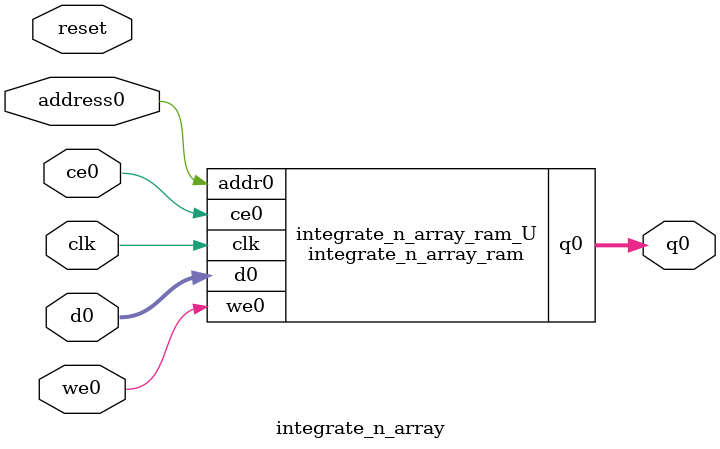
<source format=v>

`timescale 1 ns / 1 ps
module integrate_n_array_ram (addr0, ce0, d0, we0, q0,  clk);

parameter DWIDTH = 12;
parameter AWIDTH = 1;
parameter MEM_SIZE = 2;

input[AWIDTH-1:0] addr0;
input ce0;
input[DWIDTH-1:0] d0;
input we0;
output reg[DWIDTH-1:0] q0;
input clk;

(* ram_style = "distributed" *)reg [DWIDTH-1:0] ram[0:MEM_SIZE-1];




always @(posedge clk)  
begin 
    if (ce0) 
    begin
        if (we0) 
        begin 
            ram[addr0] <= d0; 
            q0 <= d0;
        end 
        else 
            q0 <= ram[addr0];
    end
end


endmodule


`timescale 1 ns / 1 ps
module integrate_n_array(
    reset,
    clk,
    address0,
    ce0,
    we0,
    d0,
    q0);

parameter DataWidth = 32'd12;
parameter AddressRange = 32'd2;
parameter AddressWidth = 32'd1;
input reset;
input clk;
input[AddressWidth - 1:0] address0;
input ce0;
input we0;
input[DataWidth - 1:0] d0;
output[DataWidth - 1:0] q0;



integrate_n_array_ram integrate_n_array_ram_U(
    .clk( clk ),
    .addr0( address0 ),
    .ce0( ce0 ),
    .d0( d0 ),
    .we0( we0 ),
    .q0( q0 ));

endmodule


</source>
